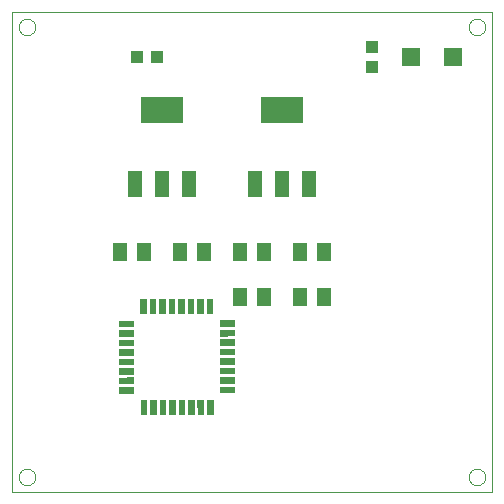
<source format=gtp>
G75*
G70*
%OFA0B0*%
%FSLAX24Y24*%
%IPPOS*%
%LPD*%
%AMOC8*
5,1,8,0,0,1.08239X$1,22.5*
%
%ADD10C,0.0000*%
%ADD11R,0.0500X0.0220*%
%ADD12R,0.0220X0.0500*%
%ADD13R,0.0480X0.0880*%
%ADD14R,0.1417X0.0866*%
%ADD15R,0.0512X0.0630*%
%ADD16R,0.0394X0.0433*%
%ADD17R,0.0433X0.0394*%
%ADD18R,0.0591X0.0591*%
D10*
X000417Y000150D02*
X000417Y016150D01*
X016417Y016150D01*
X016417Y000150D01*
X000417Y000150D01*
X000641Y000650D02*
X000643Y000683D01*
X000649Y000715D01*
X000658Y000746D01*
X000671Y000776D01*
X000688Y000804D01*
X000708Y000830D01*
X000731Y000854D01*
X000756Y000874D01*
X000784Y000892D01*
X000813Y000906D01*
X000844Y000916D01*
X000876Y000923D01*
X000909Y000926D01*
X000942Y000925D01*
X000974Y000920D01*
X001005Y000911D01*
X001036Y000899D01*
X001064Y000883D01*
X001091Y000864D01*
X001115Y000842D01*
X001136Y000817D01*
X001155Y000790D01*
X001170Y000761D01*
X001181Y000731D01*
X001189Y000699D01*
X001193Y000666D01*
X001193Y000634D01*
X001189Y000601D01*
X001181Y000569D01*
X001170Y000539D01*
X001155Y000510D01*
X001136Y000483D01*
X001115Y000458D01*
X001091Y000436D01*
X001064Y000417D01*
X001036Y000401D01*
X001005Y000389D01*
X000974Y000380D01*
X000942Y000375D01*
X000909Y000374D01*
X000876Y000377D01*
X000844Y000384D01*
X000813Y000394D01*
X000784Y000408D01*
X000756Y000426D01*
X000731Y000446D01*
X000708Y000470D01*
X000688Y000496D01*
X000671Y000524D01*
X000658Y000554D01*
X000649Y000585D01*
X000643Y000617D01*
X000641Y000650D01*
X015641Y000650D02*
X015643Y000683D01*
X015649Y000715D01*
X015658Y000746D01*
X015671Y000776D01*
X015688Y000804D01*
X015708Y000830D01*
X015731Y000854D01*
X015756Y000874D01*
X015784Y000892D01*
X015813Y000906D01*
X015844Y000916D01*
X015876Y000923D01*
X015909Y000926D01*
X015942Y000925D01*
X015974Y000920D01*
X016005Y000911D01*
X016036Y000899D01*
X016064Y000883D01*
X016091Y000864D01*
X016115Y000842D01*
X016136Y000817D01*
X016155Y000790D01*
X016170Y000761D01*
X016181Y000731D01*
X016189Y000699D01*
X016193Y000666D01*
X016193Y000634D01*
X016189Y000601D01*
X016181Y000569D01*
X016170Y000539D01*
X016155Y000510D01*
X016136Y000483D01*
X016115Y000458D01*
X016091Y000436D01*
X016064Y000417D01*
X016036Y000401D01*
X016005Y000389D01*
X015974Y000380D01*
X015942Y000375D01*
X015909Y000374D01*
X015876Y000377D01*
X015844Y000384D01*
X015813Y000394D01*
X015784Y000408D01*
X015756Y000426D01*
X015731Y000446D01*
X015708Y000470D01*
X015688Y000496D01*
X015671Y000524D01*
X015658Y000554D01*
X015649Y000585D01*
X015643Y000617D01*
X015641Y000650D01*
X015641Y015650D02*
X015643Y015683D01*
X015649Y015715D01*
X015658Y015746D01*
X015671Y015776D01*
X015688Y015804D01*
X015708Y015830D01*
X015731Y015854D01*
X015756Y015874D01*
X015784Y015892D01*
X015813Y015906D01*
X015844Y015916D01*
X015876Y015923D01*
X015909Y015926D01*
X015942Y015925D01*
X015974Y015920D01*
X016005Y015911D01*
X016036Y015899D01*
X016064Y015883D01*
X016091Y015864D01*
X016115Y015842D01*
X016136Y015817D01*
X016155Y015790D01*
X016170Y015761D01*
X016181Y015731D01*
X016189Y015699D01*
X016193Y015666D01*
X016193Y015634D01*
X016189Y015601D01*
X016181Y015569D01*
X016170Y015539D01*
X016155Y015510D01*
X016136Y015483D01*
X016115Y015458D01*
X016091Y015436D01*
X016064Y015417D01*
X016036Y015401D01*
X016005Y015389D01*
X015974Y015380D01*
X015942Y015375D01*
X015909Y015374D01*
X015876Y015377D01*
X015844Y015384D01*
X015813Y015394D01*
X015784Y015408D01*
X015756Y015426D01*
X015731Y015446D01*
X015708Y015470D01*
X015688Y015496D01*
X015671Y015524D01*
X015658Y015554D01*
X015649Y015585D01*
X015643Y015617D01*
X015641Y015650D01*
X000641Y015650D02*
X000643Y015683D01*
X000649Y015715D01*
X000658Y015746D01*
X000671Y015776D01*
X000688Y015804D01*
X000708Y015830D01*
X000731Y015854D01*
X000756Y015874D01*
X000784Y015892D01*
X000813Y015906D01*
X000844Y015916D01*
X000876Y015923D01*
X000909Y015926D01*
X000942Y015925D01*
X000974Y015920D01*
X001005Y015911D01*
X001036Y015899D01*
X001064Y015883D01*
X001091Y015864D01*
X001115Y015842D01*
X001136Y015817D01*
X001155Y015790D01*
X001170Y015761D01*
X001181Y015731D01*
X001189Y015699D01*
X001193Y015666D01*
X001193Y015634D01*
X001189Y015601D01*
X001181Y015569D01*
X001170Y015539D01*
X001155Y015510D01*
X001136Y015483D01*
X001115Y015458D01*
X001091Y015436D01*
X001064Y015417D01*
X001036Y015401D01*
X001005Y015389D01*
X000974Y015380D01*
X000942Y015375D01*
X000909Y015374D01*
X000876Y015377D01*
X000844Y015384D01*
X000813Y015394D01*
X000784Y015408D01*
X000756Y015426D01*
X000731Y015446D01*
X000708Y015470D01*
X000688Y015496D01*
X000671Y015524D01*
X000658Y015554D01*
X000649Y015585D01*
X000643Y015617D01*
X000641Y015650D01*
D11*
G36*
X004917Y006586D02*
X004918Y006087D01*
X004699Y006086D01*
X004698Y006585D01*
X004917Y006586D01*
G37*
G36*
X005232Y006587D02*
X005233Y006088D01*
X005014Y006087D01*
X005013Y006586D01*
X005232Y006587D01*
G37*
G36*
X005547Y006588D02*
X005548Y006089D01*
X005329Y006088D01*
X005328Y006587D01*
X005547Y006588D01*
G37*
G36*
X005862Y006589D02*
X005863Y006090D01*
X005644Y006089D01*
X005643Y006588D01*
X005862Y006589D01*
G37*
G36*
X006177Y006591D02*
X006178Y006092D01*
X005959Y006091D01*
X005958Y006590D01*
X006177Y006591D01*
G37*
G36*
X006492Y006592D02*
X006493Y006093D01*
X006274Y006092D01*
X006273Y006591D01*
X006492Y006592D01*
G37*
G36*
X006807Y006593D02*
X006808Y006094D01*
X006589Y006093D01*
X006588Y006592D01*
X006807Y006593D01*
G37*
G36*
X007122Y006594D02*
X007123Y006095D01*
X006904Y006094D01*
X006903Y006593D01*
X007122Y006594D01*
G37*
G36*
X007134Y003214D02*
X007135Y002715D01*
X006916Y002714D01*
X006915Y003213D01*
X007134Y003214D01*
G37*
G36*
X006819Y003213D02*
X006820Y002714D01*
X006601Y002713D01*
X006600Y003212D01*
X006819Y003213D01*
G37*
G36*
X006504Y003212D02*
X006505Y002713D01*
X006286Y002712D01*
X006285Y003211D01*
X006504Y003212D01*
G37*
G36*
X006189Y003211D02*
X006190Y002712D01*
X005971Y002711D01*
X005970Y003210D01*
X006189Y003211D01*
G37*
G36*
X005874Y003209D02*
X005875Y002710D01*
X005656Y002709D01*
X005655Y003208D01*
X005874Y003209D01*
G37*
G36*
X005559Y003208D02*
X005560Y002709D01*
X005341Y002708D01*
X005340Y003207D01*
X005559Y003208D01*
G37*
G36*
X005244Y003207D02*
X005245Y002708D01*
X005026Y002707D01*
X005025Y003206D01*
X005244Y003207D01*
G37*
G36*
X004929Y003206D02*
X004930Y002707D01*
X004711Y002706D01*
X004710Y003205D01*
X004929Y003206D01*
G37*
D12*
G36*
X004480Y003652D02*
X004481Y003433D01*
X003982Y003432D01*
X003981Y003651D01*
X004480Y003652D01*
G37*
G36*
X004478Y003967D02*
X004479Y003748D01*
X003980Y003747D01*
X003979Y003966D01*
X004478Y003967D01*
G37*
G36*
X004477Y004282D02*
X004478Y004063D01*
X003979Y004062D01*
X003978Y004281D01*
X004477Y004282D01*
G37*
G36*
X004476Y004597D02*
X004477Y004378D01*
X003978Y004377D01*
X003977Y004596D01*
X004476Y004597D01*
G37*
G36*
X004475Y004912D02*
X004476Y004693D01*
X003977Y004692D01*
X003976Y004911D01*
X004475Y004912D01*
G37*
G36*
X004474Y005227D02*
X004475Y005008D01*
X003976Y005007D01*
X003975Y005226D01*
X004474Y005227D01*
G37*
G36*
X004473Y005541D02*
X004474Y005322D01*
X003975Y005321D01*
X003974Y005540D01*
X004473Y005541D01*
G37*
G36*
X004472Y005856D02*
X004473Y005637D01*
X003974Y005636D01*
X003973Y005855D01*
X004472Y005856D01*
G37*
G36*
X007852Y005868D02*
X007853Y005649D01*
X007354Y005648D01*
X007353Y005867D01*
X007852Y005868D01*
G37*
G36*
X007853Y005553D02*
X007854Y005334D01*
X007355Y005333D01*
X007354Y005552D01*
X007853Y005553D01*
G37*
G36*
X007854Y005238D02*
X007855Y005019D01*
X007356Y005018D01*
X007355Y005237D01*
X007854Y005238D01*
G37*
G36*
X007855Y004923D02*
X007856Y004704D01*
X007357Y004703D01*
X007356Y004922D01*
X007855Y004923D01*
G37*
G36*
X007856Y004608D02*
X007857Y004389D01*
X007358Y004388D01*
X007357Y004607D01*
X007856Y004608D01*
G37*
G36*
X007857Y004293D02*
X007858Y004074D01*
X007359Y004073D01*
X007358Y004292D01*
X007857Y004293D01*
G37*
G36*
X007858Y003979D02*
X007859Y003760D01*
X007360Y003759D01*
X007359Y003978D01*
X007858Y003979D01*
G37*
G36*
X007860Y003664D02*
X007861Y003445D01*
X007362Y003444D01*
X007361Y003663D01*
X007860Y003664D01*
G37*
D13*
X008507Y010430D03*
X009417Y010430D03*
X010327Y010430D03*
X006327Y010430D03*
X005417Y010430D03*
X004507Y010430D03*
D14*
X005417Y012870D03*
X009417Y012870D03*
D15*
X010023Y008150D03*
X010810Y008150D03*
X010810Y006650D03*
X010023Y006650D03*
X008810Y006650D03*
X008023Y006650D03*
X008023Y008150D03*
X008810Y008150D03*
X006810Y008150D03*
X006023Y008150D03*
X004810Y008150D03*
X004023Y008150D03*
D16*
X004582Y014650D03*
X005251Y014650D03*
D17*
X012417Y014315D03*
X012417Y014985D03*
D18*
X013728Y014650D03*
X015106Y014650D03*
M02*

</source>
